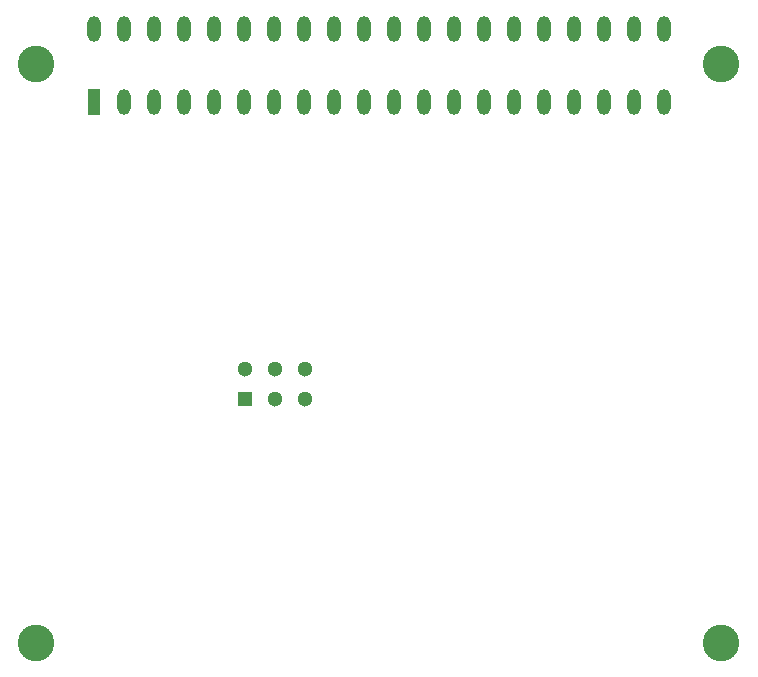
<source format=gbs>
G04*
G04 #@! TF.GenerationSoftware,Altium Limited,Altium Designer,18.0.12 (696)*
G04*
G04 Layer_Color=16711935*
%FSAX25Y25*%
%MOIN*%
G70*
G01*
G75*
%ADD32O,0.04409X0.08661*%
%ADD33R,0.04409X0.08661*%
%ADD34C,0.05118*%
%ADD35R,0.05118X0.05118*%
%ADD36C,0.12205*%
D32*
X0056813Y0196934D02*
D03*
X0066813D02*
D03*
X0076813D02*
D03*
X0086813D02*
D03*
X0096813D02*
D03*
X0106813D02*
D03*
X0116813D02*
D03*
X0126813D02*
D03*
X0136813D02*
D03*
X0146813D02*
D03*
X0156813D02*
D03*
X0166813D02*
D03*
X0176813D02*
D03*
X0186813D02*
D03*
X0196813D02*
D03*
X0206813D02*
D03*
X0216813D02*
D03*
X0226813D02*
D03*
X0236813D02*
D03*
X0046813Y0221343D02*
D03*
X0056813D02*
D03*
X0066813D02*
D03*
X0076813D02*
D03*
X0086813D02*
D03*
X0096813D02*
D03*
X0106813D02*
D03*
X0116813D02*
D03*
X0126813D02*
D03*
X0136813D02*
D03*
X0146813D02*
D03*
X0156813D02*
D03*
X0166813D02*
D03*
X0176813D02*
D03*
X0186813D02*
D03*
X0196813D02*
D03*
X0206813D02*
D03*
X0216813D02*
D03*
X0226813D02*
D03*
X0236813D02*
D03*
D33*
X0046813Y0196934D02*
D03*
D34*
X0117200Y0107900D02*
D03*
X0107200D02*
D03*
X0097200D02*
D03*
X0117200Y0097900D02*
D03*
X0107200D02*
D03*
D35*
X0097200D02*
D03*
D36*
X0255987Y0209631D02*
D03*
X0027640Y0016717D02*
D03*
X0255987D02*
D03*
X0027640Y0209631D02*
D03*
M02*

</source>
